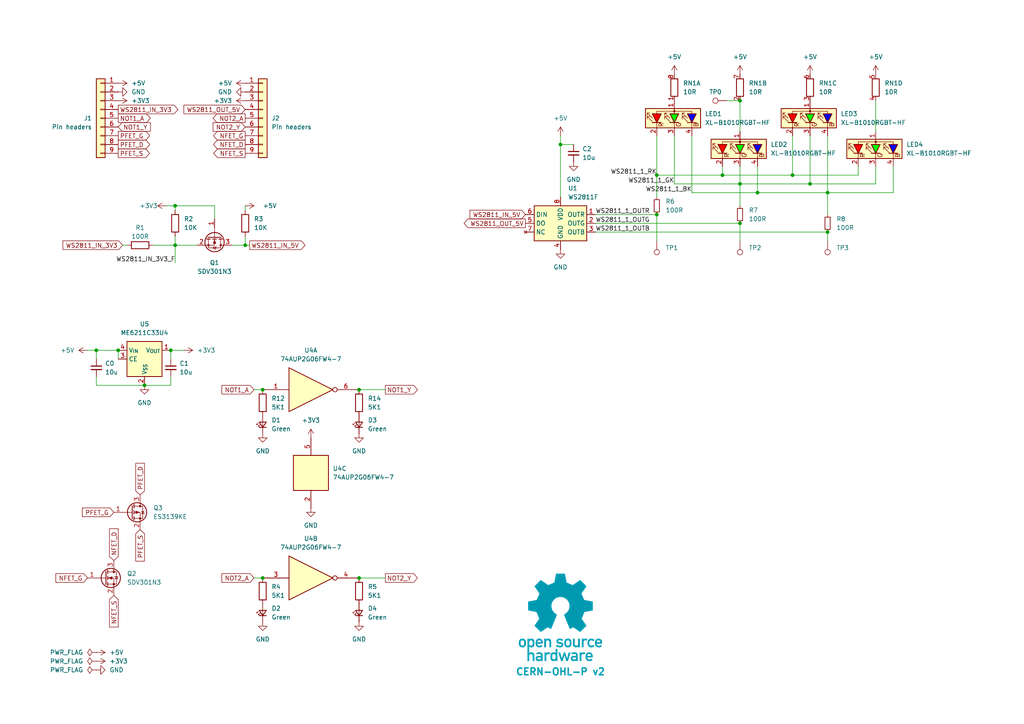
<source format=kicad_sch>
(kicad_sch (version 20231120) (generator "eeschema") (generator_version "8.0")
  (paper "A4")
  (lib_symbols
    (symbol "Connector:TestPoint" (pin_numbers hide) (pin_names (offset 0.762) hide)
      (property "Reference" "TP" (at 0 6.858 0))
      (property "Value" "TestPoint" (at 0 5.08 0))
      (symbol "TestPoint_0_1"
        (circle (center 0 3.302) (radius 0.762))
      )
      (symbol "TestPoint_1_1"
        (pin passive line (at 0 0 90) (length 2.54) (name "1") (number "1"))
      )
    )
    (symbol "Connector_Generic:Conn_01x09" (pin_names (offset 1.016) hide)
      (property "Reference" "J" (at 0 12.7 0))
      (property "Value" "Conn_01x09" (at 0 -12.7 0))
      (symbol "Conn_01x09_1_1"
        (rectangle (start -1.27 -10.033) (end 0 -10.287) (stroke (width 0.1524)))
        (rectangle (start -1.27 -7.493) (end 0 -7.747) (stroke (width 0.1524)))
        (rectangle (start -1.27 -4.953) (end 0 -5.207) (stroke (width 0.1524)))
        (rectangle (start -1.27 -2.413) (end 0 -2.667) (stroke (width 0.1524)))
        (rectangle (start -1.27 0.127) (end 0 -0.127) (stroke (width 0.1524)))
        (rectangle (start -1.27 2.667) (end 0 2.413) (stroke (width 0.1524)))
        (rectangle (start -1.27 5.207) (end 0 4.953) (stroke (width 0.1524)))
        (rectangle (start -1.27 7.747) (end 0 7.493) (stroke (width 0.1524)))
        (rectangle (start -1.27 10.287) (end 0 10.033) (stroke (width 0.1524)))
        (rectangle (start -1.27 11.43) (end 1.27 -11.43) (stroke (width 0.254)) (fill (type background)))
        (pin passive line (at -5.08 10.16 0) (length 3.81) (name "Pin_1") (number "1"))
        (pin passive line (at -5.08 7.62 0) (length 3.81) (name "Pin_2") (number "2"))
        (pin passive line (at -5.08 5.08 0) (length 3.81) (name "Pin_3") (number "3"))
        (pin passive line (at -5.08 2.54 0) (length 3.81) (name "Pin_4") (number "4"))
        (pin passive line (at -5.08 0 0) (length 3.81) (name "Pin_5") (number "5"))
        (pin passive line (at -5.08 -2.54 0) (length 3.81) (name "Pin_6") (number "6"))
        (pin passive line (at -5.08 -5.08 0) (length 3.81) (name "Pin_7") (number "7"))
        (pin passive line (at -5.08 -7.62 0) (length 3.81) (name "Pin_8") (number "8"))
        (pin passive line (at -5.08 -10.16 0) (length 3.81) (name "Pin_9") (number "9"))
      )
    )
    (symbol "Device:C_Small" (pin_numbers hide) (pin_names (offset 0.254) hide)
      (property "Reference" "C" (at 0.254 1.778 0))
      (property "Value" "C_Small" (at 0.254 -2.032 0))
      (symbol "C_Small_0_1"
        (polyline (pts (xy -1.524 -0.508) (xy 1.524 -0.508)) (stroke (width 0.3302)))
        (polyline (pts (xy -1.524 0.508) (xy 1.524 0.508)) (stroke (width 0.3048)))
      )
      (symbol "C_Small_1_1"
        (pin passive line (at 0 2.54 270) (length 2.032) (name "~") (number "1"))
        (pin passive line (at 0 -2.54 90) (length 2.032) (name "~") (number "2"))
      )
    )
    (symbol "Device:LED_Small" (pin_numbers hide) (pin_names (offset 0.254) hide)
      (property "Reference" "D" (at -1.27 3.175 0))
      (property "Value" "LED_Small" (at -4.445 -2.54 0))
      (symbol "LED_Small_0_1"
        (polyline (pts (xy -0.762 -1.016) (xy -0.762 1.016)) (stroke (width 0.254)))
        (polyline (pts (xy 1.016 0) (xy -0.762 0)))
        (polyline (pts (xy 0.762 -1.016) (xy -0.762 0) (xy 0.762 1.016) (xy 0.762 -1.016)) (stroke (width 0.254)))
        (polyline (pts (xy 0 0.762) (xy -0.508 1.27) (xy -0.254 1.27) (xy -0.508 1.27) (xy -0.508 1.016)))
        (polyline (pts (xy 0.508 1.27) (xy 0 1.778) (xy 0.254 1.778) (xy 0 1.778) (xy 0 1.524)))
      )
      (symbol "LED_Small_1_1"
        (pin passive line (at -2.54 0 0) (length 1.778) (name "K") (number "1"))
        (pin passive line (at 2.54 0 180) (length 1.778) (name "A") (number "2"))
      )
    )
    (symbol "Device:R" (pin_numbers hide) (pin_names (offset 0))
      (property "Reference" "R" (at 2.032 0 90))
      (property "Value" "R" (at 0 0 90))
      (symbol "R_0_1"
        (rectangle (start -1.016 -2.54) (end 1.016 2.54) (stroke (width 0.254)))
      )
      (symbol "R_1_1"
        (pin passive line (at 0 3.81 270) (length 1.27) (name "~") (number "1"))
        (pin passive line (at 0 -3.81 90) (length 1.27) (name "~") (number "2"))
      )
    )
    (symbol "Device:R_Pack04_Split" (pin_names (offset 0) hide)
      (property "Reference" "RN" (at 2.032 0 90))
      (property "Value" "R_Pack04_Split" (at 0 0 90))
      (symbol "R_Pack04_Split_0_1"
        (rectangle (start 1.016 2.54) (end -1.016 -2.54) (stroke (width 0.254)))
      )
      (symbol "R_Pack04_Split_1_1"
        (pin passive line (at 0 -3.81 90) (length 1.27) (name "R1.1") (number "1"))
        (pin passive line (at 0 3.81 270) (length 1.27) (name "R1.2") (number "8"))
      )
      (symbol "R_Pack04_Split_2_1"
        (pin passive line (at 0 -3.81 90) (length 1.27) (name "R2.1") (number "2"))
        (pin passive line (at 0 3.81 270) (length 1.27) (name "R2.2") (number "7"))
      )
      (symbol "R_Pack04_Split_3_1"
        (pin passive line (at 0 -3.81 90) (length 1.27) (name "R3.1") (number "3"))
        (pin passive line (at 0 3.81 270) (length 1.27) (name "R3.2") (number "6"))
      )
      (symbol "R_Pack04_Split_4_1"
        (pin passive line (at 0 -3.81 90) (length 1.27) (name "R4.1") (number "4"))
        (pin passive line (at 0 3.81 270) (length 1.27) (name "R4.2") (number "5"))
      )
    )
    (symbol "Device:R_Small" (pin_numbers hide) (pin_names (offset 0.254) hide)
      (property "Reference" "R" (at 0.762 0.508 0))
      (property "Value" "R_Small" (at 0.762 -1.016 0))
      (symbol "R_Small_0_1"
        (rectangle (start -0.762 1.778) (end 0.762 -1.778) (stroke (width 0.2032)))
      )
      (symbol "R_Small_1_1"
        (pin passive line (at 0 2.54 270) (length 0.762) (name "~") (number "1"))
        (pin passive line (at 0 -2.54 90) (length 0.762) (name "~") (number "2"))
      )
    )
    (symbol "lcsc:74AUP2G06FW4-7" (pin_names hide)
      (property "Reference" "U" (at 0 7.62 0))
      (property "Value" "74AUP2G06FW4-7" (at 2.54 -7.62 0))
      (symbol "74AUP2G06FW4-7_1_1"
        (polyline (pts (xy -7.62 6.35) (xy -7.62 -6.35) (xy 5.08 0) (xy -7.62 6.35)) (stroke (width 0.254)) (fill (type background)))
        (pin input line (at -15.24 0 0) (length 7.62) (name "1A") (number "1"))
        (pin output inverted (at 12.7 0 180) (length 7.62) (name "1Y") (number "6"))
      )
      (symbol "74AUP2G06FW4-7_2_1"
        (polyline (pts (xy -7.62 6.35) (xy -7.62 -6.35) (xy 5.08 0) (xy -7.62 6.35)) (stroke (width 0.254)) (fill (type background)))
        (pin input line (at -15.24 0 0) (length 7.62) (name "2A") (number "3"))
        (pin output inverted (at 12.7 0 180) (length 7.62) (name "2Y") (number "4"))
      )
      (symbol "74AUP2G06FW4-7_3_0"
        (rectangle (start -5.08 -5.08) (end 5.08 5.08) (stroke (width 0.254)) (fill (type background)))
      )
      (symbol "74AUP2G06FW4-7_3_1"
        (pin power_in line (at 0 -10.16 90) (length 5.08) (name "GND") (number "2"))
        (pin power_in line (at 0 10.16 270) (length 5.08) (name "VCC") (number "5"))
      )
    )
    (symbol "lcsc:ES3139KE" (pin_names hide)
      (property "Reference" "Q" (at 5.08 1.905 0))
      (property "Value" "ES3139KE" (at 5.08 0 0))
      (symbol "ES3139KE_0_1"
        (polyline (pts (xy 0.254 0) (xy -2.54 0)))
        (polyline (pts (xy 0.254 1.905) (xy 0.254 -1.905)) (stroke (width 0.254)))
        (polyline (pts (xy 0.762 -1.27) (xy 0.762 -2.286)) (stroke (width 0.254)))
        (polyline (pts (xy 0.762 0.508) (xy 0.762 -0.508)) (stroke (width 0.254)))
        (polyline (pts (xy 0.762 2.286) (xy 0.762 1.27)) (stroke (width 0.254)))
        (polyline (pts (xy 2.54 2.54) (xy 2.54 1.778)))
        (polyline (pts (xy 2.54 -2.54) (xy 2.54 0) (xy 0.762 0)))
        (polyline (pts (xy 0.762 1.778) (xy 3.302 1.778) (xy 3.302 -1.778) (xy 0.762 -1.778)))
        (polyline (pts (xy 2.286 0) (xy 1.27 0.381) (xy 1.27 -0.381) (xy 2.286 0)) (fill (type outline)))
        (polyline (pts (xy 2.794 -0.508) (xy 2.921 -0.381) (xy 3.683 -0.381) (xy 3.81 -0.254)))
        (polyline (pts (xy 3.302 -0.381) (xy 2.921 0.254) (xy 3.683 0.254) (xy 3.302 -0.381)))
        (circle (center 1.651 0) (radius 2.794) (stroke (width 0.254)))
        (circle (center 2.54 -1.778) (radius 0.254) (fill (type outline)))
        (circle (center 2.54 1.778) (radius 0.254) (fill (type outline)))
      )
      (symbol "ES3139KE_1_1"
        (pin input line (at -5.08 0 0) (length 2.54) (name "G") (number "1"))
        (pin passive line (at 2.54 -5.08 90) (length 2.54) (name "S") (number "2"))
        (pin passive line (at 2.54 5.08 270) (length 2.54) (name "D") (number "3"))
      )
    )
    (symbol "lcsc:ME6211C33U4"
      (property "Reference" "U" (at -4.572 6.35 0))
      (property "Value" "ME6211C33U4" (at 10.16 8.636 0))
      (symbol "ME6211C33U4_1_1"
        (rectangle (start -5.08 5.08) (end 5.08 -5.08) (stroke (width 0.254)) (fill (type background)))
        (pin power_out line (at 7.62 2.54 180) (length 2.54) (name "V_{OUT}") (number "1"))
        (pin power_in line (at 0 -7.62 90) (length 2.54) (name "V_{SS}") (number "2"))
        (pin input line (at -7.62 0 0) (length 2.54) (name "CE") (number "3"))
        (pin power_in line (at -7.62 2.54 0) (length 2.54) (name "V_{IN}") (number "4"))
        (pin no_connect line (at 5.08 0 180) (length 2.54) hide (name "NC") (number "5"))
      )
    )
    (symbol "lcsc:SDV301N3" (pin_names hide)
      (property "Reference" "Q" (at 5.08 1.905 0))
      (property "Value" "SDV301N3" (at 5.08 0 0))
      (symbol "SDV301N3_0_1"
        (polyline (pts (xy 0.254 0) (xy -2.54 0)))
        (polyline (pts (xy 0.254 1.905) (xy 0.254 -1.905)) (stroke (width 0.254)))
        (polyline (pts (xy 0.762 -1.27) (xy 0.762 -2.286)) (stroke (width 0.254)))
        (polyline (pts (xy 0.762 0.508) (xy 0.762 -0.508)) (stroke (width 0.254)))
        (polyline (pts (xy 0.762 2.286) (xy 0.762 1.27)) (stroke (width 0.254)))
        (polyline (pts (xy 2.54 2.54) (xy 2.54 1.778)))
        (polyline (pts (xy 2.54 -2.54) (xy 2.54 0) (xy 0.762 0)))
        (polyline (pts (xy 0.762 -1.778) (xy 3.302 -1.778) (xy 3.302 1.778) (xy 0.762 1.778)))
        (polyline (pts (xy 1.016 0) (xy 2.032 0.381) (xy 2.032 -0.381) (xy 1.016 0)) (fill (type outline)))
        (polyline (pts (xy 2.794 0.508) (xy 2.921 0.381) (xy 3.683 0.381) (xy 3.81 0.254)))
        (polyline (pts (xy 3.302 0.381) (xy 2.921 -0.254) (xy 3.683 -0.254) (xy 3.302 0.381)))
        (circle (center 1.651 0) (radius 2.794) (stroke (width 0.254)))
        (circle (center 2.54 -1.778) (radius 0.254) (fill (type outline)))
        (circle (center 2.54 1.778) (radius 0.254) (fill (type outline)))
      )
      (symbol "SDV301N3_1_1"
        (pin input line (at -5.08 0 0) (length 2.54) (name "G") (number "1"))
        (pin passive line (at 2.54 -5.08 90) (length 2.54) (name "S") (number "2"))
        (pin passive line (at 2.54 5.08 270) (length 2.54) (name "D") (number "3"))
      )
    )
    (symbol "lcsc:WS2811F"
      (property "Reference" "U" (at -6.35 6.35 0))
      (property "Value" "WS2811F" (at 5.08 6.35 0))
      (symbol "WS2811F_0_1"
        (rectangle (start -7.62 5.08) (end 7.62 -5.08) (stroke (width 0.254)) (fill (type background)))
      )
      (symbol "WS2811F_1_1"
        (pin output line (at 10.16 2.54 180) (length 2.54) (name "OUTR") (number "1"))
        (pin output line (at 10.16 0 180) (length 2.54) (name "OUTG") (number "2"))
        (pin output line (at 10.16 -2.54 180) (length 2.54) (name "OUTB") (number "3"))
        (pin power_in line (at 0 -7.62 90) (length 2.54) (name "GND") (number "4"))
        (pin output line (at -10.16 0 0) (length 2.54) (name "DO") (number "5"))
        (pin input line (at -10.16 2.54 0) (length 2.54) (name "DIN") (number "6"))
        (pin no_connect line (at -10.16 -2.54 0) (length 2.54) (name "NC") (number "7"))
        (pin power_in line (at 0 7.62 270) (length 2.54) (name "VDD") (number "8"))
      )
    )
    (symbol "lcsc:XL-B1010RGBT-HF" (pin_names (offset 0) hide)
      (property "Reference" "D" (at 0 9.398 0))
      (property "Value" "XL-B1010RGBT-HF" (at 0 -8.89 0))
      (symbol "XL-B1010RGBT-HF_0_0"
        (text "B" (at -1.905 -6.35 0) (effects (font (size 1.27 1.27))))
        (text "G" (at -1.905 -1.27 0) (effects (font (size 1.27 1.27))))
        (text "R" (at -1.905 3.81 0) (effects (font (size 1.27 1.27))))
      )
      (symbol "XL-B1010RGBT-HF_0_1"
        (rectangle (start -2.794 8.382) (end 2.794 -7.62) (stroke (width 0.254)) (fill (type background)))
        (polyline (pts (xy -1.27 -5.08) (xy -2.54 -5.08)))
        (polyline (pts (xy -1.27 -3.81) (xy -1.27 -6.35)) (stroke (width 0.254)))
        (polyline (pts (xy -1.27 0) (xy -2.54 0)))
        (polyline (pts (xy -1.27 1.27) (xy -1.27 -1.27)) (stroke (width 0.254)))
        (polyline (pts (xy -1.27 5.08) (xy -2.54 5.08)))
        (polyline (pts (xy -1.27 6.35) (xy -1.27 3.81)) (stroke (width 0.254)))
        (polyline (pts (xy 1.27 0) (xy 2.54 0)))
        (polyline (pts (xy -1.27 1.27) (xy -1.27 -1.27) (xy -1.27 -1.27)))
        (polyline (pts (xy -1.27 6.35) (xy -1.27 3.81) (xy -1.27 3.81)))
        (polyline (pts (xy 1.27 -5.08) (xy 2.032 -5.08) (xy 2.032 5.08) (xy 1.27 5.08)))
        (polyline (pts (xy -1.016 -3.81) (xy 0.508 -2.286) (xy -0.254 -2.286) (xy 0.508 -2.286) (xy 0.508 -3.048)))
        (polyline (pts (xy -1.016 1.27) (xy 0.508 2.794) (xy -0.254 2.794) (xy 0.508 2.794) (xy 0.508 2.032)))
        (polyline (pts (xy -1.016 6.35) (xy 0.508 7.874) (xy -0.254 7.874) (xy 0.508 7.874) (xy 0.508 7.112)))
        (polyline (pts (xy 0 -3.81) (xy 1.524 -2.286) (xy 0.762 -2.286) (xy 1.524 -2.286) (xy 1.524 -3.048)))
        (polyline (pts (xy 0 1.27) (xy 1.524 2.794) (xy 0.762 2.794) (xy 1.524 2.794) (xy 1.524 2.032)))
        (polyline (pts (xy 0 6.35) (xy 1.524 7.874) (xy 0.762 7.874) (xy 1.524 7.874) (xy 1.524 7.112)))
        (rectangle (start 1.27 -1.27) (end 1.27 1.27))
        (rectangle (start 1.27 1.27) (end 1.27 1.27))
        (rectangle (start 1.27 3.81) (end 1.27 6.35))
        (rectangle (start 1.27 6.35) (end 1.27 6.35))
        (circle (center 2.032 0) (radius 0.254) (fill (type outline)))
      )
      (symbol "XL-B1010RGBT-HF_1_1"
        (polyline (pts (xy 1.27 -3.81) (xy 1.27 -6.35) (xy -1.27 -5.08) (xy 1.27 -3.81)) (stroke (width 0.254)) (fill (type color) (color 0 0 255 1)))
        (polyline (pts (xy 1.27 1.27) (xy 1.27 -1.27) (xy -1.27 0) (xy 1.27 1.27)) (stroke (width 0.254)) (fill (type color) (color 0 255 0 1)))
        (polyline (pts (xy 1.27 6.35) (xy 1.27 3.81) (xy -1.27 5.08) (xy 1.27 6.35)) (stroke (width 0.254)) (fill (type color) (color 255 0 0 1)))
        (pin passive line (at 5.08 0 180) (length 2.54) (name "A") (number "1"))
        (pin passive line (at -5.08 5.08 0) (length 2.54) (name "RK") (number "2"))
        (pin passive line (at -5.08 0 0) (length 2.54) (name "GK") (number "3"))
        (pin passive line (at -5.08 -5.08 0) (length 2.54) (name "BK") (number "4"))
      )
    )
    (symbol "power:+3V3" (power) (pin_numbers hide) (pin_names (offset 0) hide)
      (property "Value" "+3V3" (at 0 3.556 0))
      (symbol "+3V3_0_1"
        (polyline (pts (xy -0.762 1.27) (xy 0 2.54)))
        (polyline (pts (xy 0 0) (xy 0 2.54)))
        (polyline (pts (xy 0 2.54) (xy 0.762 1.27)))
      )
      (symbol "+3V3_1_1"
        (pin power_in line (at 0 0 90) (length 0) (name "~") (number "1"))
      )
    )
    (symbol "power:+5V" (power) (pin_numbers hide) (pin_names (offset 0) hide)
      (property "Value" "+5V" (at 0 3.556 0))
      (symbol "+5V_0_1"
        (polyline (pts (xy -0.762 1.27) (xy 0 2.54)))
        (polyline (pts (xy 0 0) (xy 0 2.54)))
        (polyline (pts (xy 0 2.54) (xy 0.762 1.27)))
      )
      (symbol "+5V_1_1"
        (pin power_in line (at 0 0 90) (length 0) (name "~") (number "1"))
      )
    )
    (symbol "power:GND" (power) (pin_numbers hide) (pin_names (offset 0) hide)
      (property "Value" "GND" (at 0 -3.81 0))
      (symbol "GND_0_1"
        (polyline (pts (xy 0 0) (xy 0 -1.27) (xy 1.27 -1.27) (xy 0 -2.54) (xy -1.27 -1.27) (xy 0 -1.27)))
      )
      (symbol "GND_1_1"
        (pin power_in line (at 0 0 270) (length 0) (name "~") (number "1"))
      )
    )
    (symbol "power:PWR_FLAG" (power) (pin_numbers hide) (pin_names (offset 0) hide)
      (property "Value" "PWR_FLAG" (at 0 3.81 0))
      (symbol "PWR_FLAG_0_0"
        (pin power_out line (at 0 0 90) (length 0) (name "~") (number "1"))
      )
      (symbol "PWR_FLAG_0_1"
        (polyline (pts (xy 0 0) (xy 0 1.27) (xy -1.016 1.905) (xy 0 2.54) (xy 1.016 1.905) (xy 0 1.27)))
      )
    )
    (symbol "power:VCC" (power) (pin_numbers hide) (pin_names (offset 0) hide)
      (property "Value" "VCC" (at 0 3.556 0))
      (symbol "VCC_0_1"
        (polyline (pts (xy -0.762 1.27) (xy 0 2.54)))
        (polyline (pts (xy 0 0) (xy 0 2.54)))
        (polyline (pts (xy 0 2.54) (xy 0.762 1.27)))
      )
      (symbol "VCC_1_1"
        (pin power_in line (at 0 0 90) (length 0) (name "~") (number "1"))
      )
    )
  )
  (junction (at 50.8 59.69))
  (junction (at 76.2 113.03))
  (junction (at 240.03 55.88))
  (junction (at 234.95 53.34))
  (junction (at 229.87 50.8))
  (junction (at 190.5 62.23))
  (junction (at 219.71 55.88))
  (junction (at 27.94 101.6))
  (junction (at 162.56 41.91))
  (junction (at 76.2 167.64))
  (junction (at 49.53 101.6))
  (junction (at 50.8 71.12))
  (junction (at 190.5 50.8))
  (junction (at 240.03 67.31))
  (junction (at 104.14 113.03))
  (junction (at 41.91 111.76))
  (junction (at 214.63 29.21))
  (junction (at 214.63 64.77))
  (junction (at 71.12 71.12))
  (junction (at 104.14 167.64))
  (junction (at 34.29 101.6))
  (junction (at 214.63 53.34))
  (junction (at 209.55 50.8))
  (wire (pts (xy 190.5 50.8) (xy 209.55 50.8)))
  (wire (pts (xy 162.56 39.37) (xy 162.56 41.91)))
  (wire (pts (xy 73.66 113.03) (xy 76.2 113.03)))
  (wire (pts (xy 67.31 71.12) (xy 71.12 71.12)))
  (wire (pts (xy 49.53 111.76) (xy 41.91 111.76)))
  (wire (pts (xy 190.5 39.37) (xy 190.5 50.8)))
  (wire (pts (xy 229.87 39.37) (xy 229.87 50.8)))
  (wire (pts (xy 50.8 68.58) (xy 50.8 71.12)))
  (wire (pts (xy 259.08 48.26) (xy 259.08 55.88)))
  (wire (pts (xy 219.71 55.88) (xy 219.71 48.26)))
  (wire (pts (xy 195.58 53.34) (xy 214.63 53.34)))
  (wire (pts (xy 190.5 50.8) (xy 190.5 57.15)))
  (wire (pts (xy 240.03 55.88) (xy 259.08 55.88)))
  (wire (pts (xy 240.03 39.37) (xy 240.03 55.88)))
  (wire (pts (xy 214.63 48.26) (xy 214.63 53.34)))
  (wire (pts (xy 104.14 167.64) (xy 111.76 167.64)))
  (wire (pts (xy 214.63 29.21) (xy 214.63 38.1)))
  (wire (pts (xy 190.5 62.23) (xy 190.5 69.85)))
  (wire (pts (xy 240.03 55.88) (xy 240.03 62.23)))
  (wire (pts (xy 214.63 64.77) (xy 214.63 69.85)))
  (wire (pts (xy 27.94 111.76) (xy 41.91 111.76)))
  (wire (pts (xy 27.94 101.6) (xy 34.29 101.6)))
  (wire (pts (xy 229.87 50.8) (xy 248.92 50.8)))
  (wire (pts (xy 240.03 67.31) (xy 240.03 69.85)))
  (wire (pts (xy 35.56 71.12) (xy 36.83 71.12)))
  (wire (pts (xy 49.53 101.6) (xy 49.53 104.14)))
  (wire (pts (xy 210.82 29.21) (xy 214.63 29.21)))
  (wire (pts (xy 195.58 39.37) (xy 195.58 53.34)))
  (wire (pts (xy 200.66 55.88) (xy 219.71 55.88)))
  (wire (pts (xy 53.34 101.6) (xy 49.53 101.6)))
  (wire (pts (xy 172.72 62.23) (xy 190.5 62.23)))
  (wire (pts (xy 48.26 59.69) (xy 50.8 59.69)))
  (wire (pts (xy 71.12 71.12) (xy 71.12 68.58)))
  (wire (pts (xy 50.8 59.69) (xy 62.23 59.69)))
  (wire (pts (xy 27.94 104.14) (xy 27.94 101.6)))
  (wire (pts (xy 162.56 41.91) (xy 162.56 57.15)))
  (wire (pts (xy 214.63 53.34) (xy 214.63 59.69)))
  (wire (pts (xy 209.55 50.8) (xy 229.87 50.8)))
  (wire (pts (xy 254 29.21) (xy 254 38.1)))
  (wire (pts (xy 50.8 60.96) (xy 50.8 59.69)))
  (wire (pts (xy 71.12 60.96) (xy 71.12 59.69)))
  (wire (pts (xy 162.56 41.91) (xy 166.37 41.91)))
  (wire (pts (xy 240.03 55.88) (xy 219.71 55.88)))
  (wire (pts (xy 172.72 67.31) (xy 240.03 67.31)))
  (wire (pts (xy 234.95 39.37) (xy 234.95 53.34)))
  (wire (pts (xy 27.94 109.22) (xy 27.94 111.76)))
  (wire (pts (xy 50.8 76.2) (xy 50.8 71.12)))
  (wire (pts (xy 200.66 39.37) (xy 200.66 55.88)))
  (wire (pts (xy 254 48.26) (xy 254 53.34)))
  (wire (pts (xy 172.72 64.77) (xy 214.63 64.77)))
  (wire (pts (xy 34.29 101.6) (xy 34.29 104.14)))
  (wire (pts (xy 234.95 53.34) (xy 214.63 53.34)))
  (wire (pts (xy 71.12 71.12) (xy 72.39 71.12)))
  (wire (pts (xy 104.14 113.03) (xy 111.76 113.03)))
  (wire (pts (xy 209.55 48.26) (xy 209.55 50.8)))
  (wire (pts (xy 49.53 109.22) (xy 49.53 111.76)))
  (wire (pts (xy 254 53.34) (xy 234.95 53.34)))
  (wire (pts (xy 73.66 167.64) (xy 76.2 167.64)))
  (wire (pts (xy 248.92 50.8) (xy 248.92 48.26)))
  (wire (pts (xy 50.8 71.12) (xy 57.15 71.12)))
  (wire (pts (xy 62.23 63.5) (xy 62.23 59.69)))
  (wire (pts (xy 25.4 101.6) (xy 27.94 101.6)))
  (wire (pts (xy 44.45 71.12) (xy 50.8 71.12)))
  (image (at 162.56 179.07) (scale 0.37481))
  (text "CERN-OHL-P v2" (at 162.56 195.072 0) (effects (font (size 2 2) (thickness 0.4) (bold yes))))
  (label "WS2811_IN_3V3_F" (at 50.8 76.2 180))
  (label "WS2811_1_OUTG" (at 172.72 64.77 0))
  (label "WS2811_1_BK" (at 200.66 55.88 180))
  (label "WS2811_1_OUTR" (at 172.72 62.23 0))
  (label "WS2811_1_OUTB" (at 172.72 67.31 0))
  (label "WS2811_1_GK" (at 195.58 53.34 180))
  (label "WS2811_1_RK" (at 190.5 50.8 180))
  (global_label "NFET_D" (shape input) (at 33.02 162.56 90) (property "Intersheetrefs" "${INTERSHEET_REFS}" (effects (hide yes))))
  (global_label "NFET_S" (shape input) (at 33.02 172.72 270) (property "Intersheetrefs" "${INTERSHEET_REFS}" (effects (hide yes))))
  (global_label "NFET_D" (shape output) (at 71.12 41.91 180) (property "Intersheetrefs" "${INTERSHEET_REFS}" (effects (hide yes))))
  (global_label "NOT2_Y" (shape output) (at 111.76 167.64 0) (property "Intersheetrefs" "${INTERSHEET_REFS}" (effects (hide yes))))
  (global_label "WS2811_OUT_5V" (shape output) (at 152.4 64.77 180) (property "Intersheetrefs" "${INTERSHEET_REFS}" (effects (hide yes))))
  (global_label "PFET_S" (shape input) (at 40.64 153.67 270) (property "Intersheetrefs" "${INTERSHEET_REFS}" (effects (hide yes))))
  (global_label "NOT2_A" (shape output) (at 71.12 34.29 180) (property "Intersheetrefs" "${INTERSHEET_REFS}" (effects (hide yes))))
  (global_label "PFET_G" (shape input) (at 33.02 148.59 180) (property "Intersheetrefs" "${INTERSHEET_REFS}" (effects (hide yes))))
  (global_label "NFET_G" (shape input) (at 25.4 167.64 180) (property "Intersheetrefs" "${INTERSHEET_REFS}" (effects (hide yes))))
  (global_label "NFET_S" (shape output) (at 71.12 44.45 180) (property "Intersheetrefs" "${INTERSHEET_REFS}" (effects (hide yes))))
  (global_label "PFET_G" (shape output) (at 34.29 39.37 0) (property "Intersheetrefs" "${INTERSHEET_REFS}" (effects (hide yes))))
  (global_label "NOT1_A" (shape output) (at 34.29 34.29 0) (property "Intersheetrefs" "${INTERSHEET_REFS}" (effects (hide yes))))
  (global_label "WS2811_IN_5V" (shape input) (at 152.4 62.23 180) (property "Intersheetrefs" "${INTERSHEET_REFS}" (effects (hide yes))))
  (global_label "NOT1_Y" (shape input) (at 34.29 36.83 0) (property "Intersheetrefs" "${INTERSHEET_REFS}" (effects (hide yes))))
  (global_label "NFET_G" (shape output) (at 71.12 39.37 180) (property "Intersheetrefs" "${INTERSHEET_REFS}" (effects (hide yes))))
  (global_label "NOT2_A" (shape input) (at 73.66 167.64 180) (property "Intersheetrefs" "${INTERSHEET_REFS}" (effects (hide yes))))
  (global_label "NOT2_Y" (shape input) (at 71.12 36.83 180) (property "Intersheetrefs" "${INTERSHEET_REFS}" (effects (hide yes))))
  (global_label "WS2811_OUT_5V" (shape input) (at 71.12 31.75 180) (property "Intersheetrefs" "${INTERSHEET_REFS}" (effects (hide yes))))
  (global_label "WS2811_IN_3V3" (shape output) (at 34.29 31.75 0) (property "Intersheetrefs" "${INTERSHEET_REFS}" (effects (hide yes))))
  (global_label "WS2811_IN_5V" (shape output) (at 72.39 71.12 0) (property "Intersheetrefs" "${INTERSHEET_REFS}" (effects (hide yes))))
  (global_label "WS2811_IN_3V3" (shape input) (at 35.56 71.12 180) (property "Intersheetrefs" "${INTERSHEET_REFS}" (effects (hide yes))))
  (global_label "NOT1_A" (shape input) (at 73.66 113.03 180) (property "Intersheetrefs" "${INTERSHEET_REFS}" (effects (hide yes))))
  (global_label "PFET_D" (shape output) (at 34.29 41.91 0) (property "Intersheetrefs" "${INTERSHEET_REFS}" (effects (hide yes))))
  (global_label "PFET_S" (shape output) (at 34.29 44.45 0) (property "Intersheetrefs" "${INTERSHEET_REFS}" (effects (hide yes))))
  (global_label "PFET_D" (shape input) (at 40.64 143.51 90) (property "Intersheetrefs" "${INTERSHEET_REFS}" (effects (hide yes))))
  (global_label "NOT1_Y" (shape output) (at 111.76 113.03 0) (property "Intersheetrefs" "${INTERSHEET_REFS}" (effects (hide yes))))
  (symbol (lib_id "power:VCC") (at 71.12 24.13 90) (unit 1)
    (property "Reference" "#PWR023" (effects (hide yes)))
    (property "Value" "+5V" (at 67.31 24.1299 90) (effects (justify left)))
    (property "Description" "Power symbol creates a global label with name \"VCC\"" (effects (hide yes)))
  )
  (symbol (lib_id "Device:LED_Small") (at 104.14 177.8 90) (unit 1)
    (property "Reference" "D4" (at 106.68 176.4664 90) (effects (justify right)))
    (property "Value" "Green" (at 106.68 179.0064 90) (effects (justify right)))
    (property "Footprint" "custom:LED_0402_1005Metric" (effects (hide yes)))
    (property "Description" "Light emitting diode, small symbol" (effects (hide yes)))
  )
  (symbol (lib_id "Device:C_Small") (at 49.53 106.68 0) (unit 1)
    (property "Reference" "C1" (at 52.07 105.4162 0) (effects (justify left)))
    (property "Value" "10u" (at 52.07 107.9562 0) (effects (justify left)))
    (property "Footprint" "custom:C_0402_1005Metric_simple" (effects (hide yes)))
    (property "Description" "Unpolarized capacitor, small symbol" (effects (hide yes)))
  )
  (symbol (lib_id "lcsc:WS2811F") (at 162.56 64.77 0) (unit 1)
    (property "Reference" "U1" (at 164.7541 54.61 0) (effects (justify left)))
    (property "Value" "WS2811F" (at 164.7541 57.15 0) (effects (justify left)))
    (property "Footprint" "lcsc:FSOP-8_L3.3-W1.7-P0.80-LS2.9-BL" (effects (hide yes)))
    (property "Datasheet" "https://www.lcsc.com/datasheet/lcsc_datasheet_2310231548_Worldsemi-WS2811F_C5446692.pdf" (effects (hide yes)))
    (property "Description" "3-Channel 8-Bit PWM LED Driver, FSOP-8" (effects (hide yes)))
    (property "LCSC Part" "C5446692" (effects (hide yes)))
  )
  (symbol (lib_id "power:VCC") (at 195.58 21.59 0) (unit 1)
    (property "Reference" "#PWR03" (effects (hide yes)))
    (property "Value" "+5V" (at 195.58 16.51 0))
    (property "Description" "Power symbol creates a global label with name \"VCC\"" (effects (hide yes)))
  )
  (symbol (lib_id "Device:LED_Small") (at 76.2 177.8 90) (unit 1)
    (property "Reference" "D2" (at 78.74 176.4664 90) (effects (justify right)))
    (property "Value" "Green" (at 78.74 179.0064 90) (effects (justify right)))
    (property "Footprint" "custom:LED_0402_1005Metric" (effects (hide yes)))
    (property "Description" "Light emitting diode, small symbol" (effects (hide yes)))
  )
  (symbol (lib_id "power:GND") (at 166.37 46.99 0) (unit 1)
    (property "Reference" "#PWR029" (effects (hide yes)))
    (property "Value" "GND" (at 166.37 52.07 0))
    (property "Description" "Power symbol creates a global label with name \"GND\" , ground" (effects (hide yes)))
  )
  (symbol (lib_id "power:VCC") (at 90.17 127 0) (unit 1)
    (property "Reference" "#PWR019" (effects (hide yes)))
    (property "Value" "+3V3" (at 90.17 121.92 0))
    (property "Description" "Power symbol creates a global label with name \"VCC\"" (effects (hide yes)))
  )
  (symbol (lib_id "lcsc:SDV301N3") (at 62.23 68.58 270) (unit 1)
    (property "Reference" "Q1" (at 62.23 76.2 90))
    (property "Value" "SDV301N3" (at 62.23 78.74 90))
    (property "Footprint" "custom:DFN1006-3" (effects (hide yes)))
    (property "Datasheet" "https://www.lcsc.com/datasheet/lcsc_datasheet_2302091109_Shikues-SDV301N3_C5334596.pdf" (effects (hide yes)))
    (property "Description" "0.5A Id, 30V Vds, N-Channel MOSFET, DFN1006-3" (effects (hide yes)))
    (property "LCSC Part" "C5334596" (effects (hide yes)))
  )
  (symbol (lib_id "power:+3V3") (at 48.26 59.69 90) (unit 1)
    (property "Reference" "#PWR032" (effects (hide yes)))
    (property "Value" "+3V3" (at 45.72 59.6899 90) (effects (justify left)))
    (property "Description" "Power symbol creates a global label with name \"+3V3\"" (effects (hide yes)))
  )
  (symbol (lib_id "power:VCC") (at 162.56 39.37 0) (unit 1)
    (property "Reference" "#PWR05" (effects (hide yes)))
    (property "Value" "+5V" (at 162.56 34.29 0))
    (property "Description" "Power symbol creates a global label with name \"VCC\"" (effects (hide yes)))
  )
  (symbol (lib_id "lcsc:SDV301N3") (at 30.48 167.64 0) (unit 1)
    (property "Reference" "Q2" (at 36.83 166.3699 0) (effects (justify left)))
    (property "Value" "SDV301N3" (at 36.83 168.9099 0) (effects (justify left)))
    (property "Footprint" "custom:DFN1006-3" (effects (hide yes)))
    (property "Datasheet" "https://www.lcsc.com/datasheet/lcsc_datasheet_2302091109_Shikues-SDV301N3_C5334596.pdf" (effects (hide yes)))
    (property "Description" "0.5A Id, 30V Vds, N-Channel MOSFET, DFN1006-3" (effects (hide yes)))
    (property "LCSC Part" "C5334596" (effects (hide yes)))
  )
  (symbol (lib_id "power:GND") (at 90.17 147.32 0) (unit 1)
    (property "Reference" "#PWR020" (effects (hide yes)))
    (property "Value" "GND" (at 90.17 152.4 0))
    (property "Description" "Power symbol creates a global label with name \"GND\" , ground" (effects (hide yes)))
  )
  (symbol (lib_id "power:VCC") (at 27.94 191.77 270) (unit 1)
    (property "Reference" "#PWR01" (effects (hide yes)))
    (property "Value" "+3V3" (at 31.75 191.7699 90) (effects (justify left)))
    (property "Description" "Power symbol creates a global label with name \"VCC\"" (effects (hide yes)))
  )
  (symbol (lib_id "Device:R_Small") (at 214.63 62.23 0) (unit 1)
    (property "Reference" "R7" (at 217.17 60.9599 0) (effects (justify left)))
    (property "Value" "100R" (at 217.17 63.4999 0) (effects (justify left)))
    (property "Footprint" "custom:R_0603_1608Metric_simple" (effects (hide yes)))
    (property "Description" "Resistor, small symbol" (effects (hide yes)))
  )
  (symbol (lib_id "power:VCC") (at 27.94 189.23 270) (unit 1)
    (property "Reference" "#PWR031" (effects (hide yes)))
    (property "Value" "+5V" (at 31.75 189.2299 90) (effects (justify left)))
    (property "Description" "Power symbol creates a global label with name \"VCC\"" (effects (hide yes)))
  )
  (symbol (lib_id "lcsc:ME6211C33U4") (at 41.91 104.14 0) (unit 1)
    (property "Reference" "U5" (at 41.91 93.98 0))
    (property "Value" "ME6211C33U4" (at 41.91 96.52 0))
    (property "Footprint" "Package_DFN_QFN:UDFN-4-1EP_1x1mm_P0.65mm_EP0.48x0.48mm" (effects (hide yes)))
    (property "Datasheet" "https://www.lcsc.com/datasheet/lcsc_datasheet_2304140030_MICRONE-Nanjing-Micro-One-Elec-ME6211C33R5G_C235316.pdf" (effects (hide yes)))
    (property "Description" "400mA low dropout linear regulator, shutdown pin, 6.5V max input voltage, 3.3V fixed positive output, UDFN-4-EP" (effects (hide yes)))
    (property "LCSC Part" "C428904" (effects (hide yes)))
  )
  (symbol (lib_id "Device:R") (at 50.8 64.77 180) (unit 1)
    (property "Reference" "R2" (at 53.34 63.4999 0) (effects (justify right)))
    (property "Value" "10K" (at 53.34 66.0399 0) (effects (justify right)))
    (property "Footprint" "Resistor_SMD:R_0402_1005Metric" (effects (hide yes)))
    (property "Description" "Resistor" (effects (hide yes)))
  )
  (symbol (lib_id "Device:LED_Small") (at 104.14 123.19 90) (unit 1)
    (property "Reference" "D3" (at 106.68 121.8564 90) (effects (justify right)))
    (property "Value" "Green" (at 106.68 124.3964 90) (effects (justify right)))
    (property "Footprint" "custom:LED_0402_1005Metric" (effects (hide yes)))
    (property "Description" "Light emitting diode, small symbol" (effects (hide yes)))
  )
  (symbol (lib_id "Device:C_Small") (at 166.37 44.45 0) (unit 1)
    (property "Reference" "C2" (at 168.91 43.1862 0) (effects (justify left)))
    (property "Value" "10u" (at 168.91 45.7262 0) (effects (justify left)))
    (property "Footprint" "custom:C_0402_1005Metric_simple" (effects (hide yes)))
    (property "Description" "Unpolarized capacitor, small symbol" (effects (hide yes)))
  )
  (symbol (lib_id "power:VCC") (at 53.34 101.6 270) (unit 1)
    (property "Reference" "#PWR028" (effects (hide yes)))
    (property "Value" "+3V3" (at 57.15 101.5999 90) (effects (justify left)))
    (property "Description" "Power symbol creates a global label with name \"VCC\"" (effects (hide yes)))
  )
  (symbol (lib_id "Device:R") (at 104.14 171.45 0) (unit 1)
    (property "Reference" "R5" (at 106.68 170.1799 0) (effects (justify left)))
    (property "Value" "5K1" (at 106.68 172.7199 0) (effects (justify left)))
    (property "Footprint" "Resistor_SMD:R_0402_1005Metric" (effects (hide yes)))
    (property "Description" "Resistor" (effects (hide yes)))
  )
  (symbol (lib_id "Device:R_Pack04_Split") (at 214.63 25.4 0) (unit 2)
    (property "Reference" "RN1" (at 217.17 24.1299 0) (effects (justify left)))
    (property "Value" "10R" (at 217.17 26.6699 0) (effects (justify left)))
    (property "Footprint" "Resistor_SMD:R_Array_Convex_4x0603" (effects (hide yes)))
    (property "Description" "4 resistor network, parallel topology, split" (effects (hide yes)))
  )
  (symbol (lib_id "power:+5V") (at 71.12 59.69 270) (unit 1)
    (property "Reference" "#PWR033" (effects (hide yes)))
    (property "Value" "+5V" (at 76.2 59.6899 90) (effects (justify left)))
    (property "Description" "Power symbol creates a global label with name \"+5V\"" (effects (hide yes)))
  )
  (symbol (lib_id "power:GND") (at 27.94 194.31 90) (unit 1)
    (property "Reference" "#PWR02" (effects (hide yes)))
    (property "Value" "GND" (at 31.75 194.3099 90) (effects (justify right)))
    (property "Description" "Power symbol creates a global label with name \"GND\" , ground" (effects (hide yes)))
  )
  (symbol (lib_id "Device:C_Small") (at 27.94 106.68 0) (unit 1)
    (property "Reference" "C0" (at 30.48 105.4162 0) (effects (justify left)))
    (property "Value" "10u" (at 30.48 107.9562 0) (effects (justify left)))
    (property "Footprint" "custom:C_0402_1005Metric_simple" (effects (hide yes)))
    (property "Description" "Unpolarized capacitor, small symbol" (effects (hide yes)))
  )
  (symbol (lib_id "power:GND") (at 104.14 125.73 0) (unit 1)
    (property "Reference" "#PWR011" (effects (hide yes)))
    (property "Value" "GND" (at 104.14 130.81 0))
    (property "Description" "Power symbol creates a global label with name \"GND\" , ground" (effects (hide yes)))
  )
  (symbol (lib_id "power:VCC") (at 71.12 29.21 90) (unit 1)
    (property "Reference" "#PWR024" (effects (hide yes)))
    (property "Value" "+3V3" (at 67.31 29.2099 90) (effects (justify left)))
    (property "Description" "Power symbol creates a global label with name \"VCC\"" (effects (hide yes)))
  )
  (symbol (lib_id "Device:R_Pack04_Split") (at 195.58 25.4 0) (unit 1)
    (property "Reference" "RN1" (at 198.12 24.1299 0) (effects (justify left)))
    (property "Value" "10R" (at 198.12 26.6699 0) (effects (justify left)))
    (property "Footprint" "Resistor_SMD:R_Array_Convex_4x0603" (effects (hide yes)))
    (property "Description" "4 resistor network, parallel topology, split" (effects (hide yes)))
  )
  (symbol (lib_id "lcsc:XL-B1010RGBT-HF") (at 254 43.18 90) (unit 1)
    (property "Reference" "LED4" (at 262.89 41.9099 90) (effects (justify right)))
    (property "Value" "XL-B1010RGBT-HF" (at 262.89 44.4499 90) (effects (justify right)))
    (property "Footprint" "lcsc:LED-ARRAY-SMD_4P-L1.0-W1.0-TR-RD" (effects (hide yes)))
    (property "Datasheet" "https://www.lcsc.com/datasheet/lcsc_datasheet_2406131538_XINGLIGHT-XL-B1010RGBT-HF_C22464515.pdf" (effects (hide yes)))
    (property "Description" "RGB LED, anode/red/green/blue" (effects (hide yes)))
  )
  (symbol (lib_id "power:GND") (at 104.14 180.34 0) (unit 1)
    (property "Reference" "#PWR08" (effects (hide yes)))
    (property "Value" "GND" (at 104.14 185.42 0))
    (property "Description" "Power symbol creates a global label with name \"GND\" , ground" (effects (hide yes)))
  )
  (symbol (lib_id "Connector:TestPoint") (at 240.03 69.85 180) (unit 1)
    (property "Reference" "TP3" (at 242.57 71.8819 0) (effects (justify right)))
    (property "Value" "TestPoint" (effects (hide yes)))
    (property "Footprint" "TestPoint:TestPoint_Pad_D1.0mm" (effects (hide yes)))
    (property "Description" "test point" (effects (hide yes)))
  )
  (symbol (lib_id "lcsc:74AUP2G06FW4-7") (at 91.44 113.03 0) (unit 1)
    (property "Reference" "U4" (at 90.17 101.6 0))
    (property "Value" "74AUP2G06FW4-7" (at 90.17 104.14 0))
    (property "Footprint" "lcsc:X2-DFN1010-6_L1.0-W1.0-P0.35-BL" (effects (hide yes)))
    (property "Datasheet" "https://www.diodes.com/datasheet/download/74AUP2G06.pdf" (effects (hide yes)))
    (property "Description" "Dual NOT Gate, Low-Voltage CMOS" (effects (hide yes)))
    (property "LCSC Part" "C842402" (effects (hide yes)))
  )
  (symbol (lib_id "power:PWR_FLAG") (at 27.94 191.77 90) (unit 1)
    (property "Reference" "#FLG01" (effects (hide yes)))
    (property "Value" "PWR_FLAG" (at 24.13 191.7699 90) (effects (justify left)))
    (property "Description" "Special symbol for telling ERC where power comes from" (effects (hide yes)))
  )
  (symbol (lib_id "power:VCC") (at 214.63 21.59 0) (unit 1)
    (property "Reference" "#PWR06" (effects (hide yes)))
    (property "Value" "+5V" (at 214.63 16.51 0))
    (property "Description" "Power symbol creates a global label with name \"VCC\"" (effects (hide yes)))
  )
  (symbol (lib_id "Device:R") (at 71.12 64.77 180) (unit 1)
    (property "Reference" "R3" (at 73.66 63.4999 0) (effects (justify right)))
    (property "Value" "10K" (at 73.66 66.0399 0) (effects (justify right)))
    (property "Footprint" "Resistor_SMD:R_0402_1005Metric" (effects (hide yes)))
    (property "Description" "Resistor" (effects (hide yes)))
  )
  (symbol (lib_id "Device:LED_Small") (at 76.2 123.19 90) (unit 1)
    (property "Reference" "D1" (at 78.74 121.8564 90) (effects (justify right)))
    (property "Value" "Green" (at 78.74 124.3964 90) (effects (justify right)))
    (property "Footprint" "custom:LED_0402_1005Metric" (effects (hide yes)))
    (property "Description" "Light emitting diode, small symbol" (effects (hide yes)))
  )
  (symbol (lib_id "power:PWR_FLAG") (at 27.94 189.23 90) (unit 1)
    (property "Reference" "#FLG03" (effects (hide yes)))
    (property "Value" "PWR_FLAG" (at 24.13 189.2299 90) (effects (justify left)))
    (property "Description" "Special symbol for telling ERC where power comes from" (effects (hide yes)))
  )
  (symbol (lib_id "power:GND") (at 34.29 26.67 90) (unit 1)
    (property "Reference" "#PWR021" (effects (hide yes)))
    (property "Value" "GND" (at 38.1 26.6699 90) (effects (justify right)))
    (property "Description" "Power symbol creates a global label with name \"GND\" , ground" (effects (hide yes)))
  )
  (symbol (lib_id "lcsc:74AUP2G06FW4-7") (at 91.44 167.64 0) (unit 2)
    (property "Reference" "U4" (at 90.17 156.21 0))
    (property "Value" "74AUP2G06FW4-7" (at 90.17 158.75 0))
    (property "Footprint" "lcsc:X2-DFN1010-6_L1.0-W1.0-P0.35-BL" (effects (hide yes)))
    (property "Datasheet" "https://www.diodes.com/datasheet/download/74AUP2G06.pdf" (effects (hide yes)))
    (property "Description" "Dual NOT Gate, Low-Voltage CMOS" (effects (hide yes)))
    (property "LCSC Part" "C842402" (effects (hide yes)))
  )
  (symbol (lib_id "Connector:TestPoint") (at 210.82 29.21 90) (unit 1)
    (property "Reference" "TP0" (at 207.518 26.67 90))
    (property "Value" "TestPoint" (effects (hide yes)))
    (property "Footprint" "TestPoint:TestPoint_Pad_D1.0mm" (effects (hide yes)))
    (property "Description" "test point" (effects (hide yes)))
  )
  (symbol (lib_id "Device:R_Pack04_Split") (at 234.95 25.4 0) (unit 3)
    (property "Reference" "RN1" (at 237.49 24.1299 0) (effects (justify left)))
    (property "Value" "10R" (at 237.49 26.6699 0) (effects (justify left)))
    (property "Footprint" "Resistor_SMD:R_Array_Convex_4x0603" (effects (hide yes)))
    (property "Description" "4 resistor network, parallel topology, split" (effects (hide yes)))
  )
  (symbol (lib_id "power:VCC") (at 34.29 24.13 270) (unit 1)
    (property "Reference" "#PWR026" (effects (hide yes)))
    (property "Value" "+5V" (at 38.1 24.1299 90) (effects (justify left)))
    (property "Description" "Power symbol creates a global label with name \"VCC\"" (effects (hide yes)))
  )
  (symbol (lib_id "Connector:TestPoint") (at 214.63 69.85 180) (unit 1)
    (property "Reference" "TP2" (at 217.17 71.8819 0) (effects (justify right)))
    (property "Value" "TestPoint" (effects (hide yes)))
    (property "Footprint" "TestPoint:TestPoint_Pad_D1.0mm" (effects (hide yes)))
    (property "Description" "test point" (effects (hide yes)))
  )
  (symbol (lib_id "Connector_Generic:Conn_01x09") (at 29.21 34.29 0) (mirror y) (unit 1)
    (property "Reference" "J1" (at 26.67 34.2899 0) (effects (justify left)))
    (property "Value" "Pin headers" (at 26.67 36.8299 0) (effects (justify left)))
    (property "Footprint" "custom:PinHeader_1x09_P2.54mm_Vertical_simple" (effects (hide yes)))
    (property "Description" "Generic connector, single row, 01x09, script generated (kicad-library-utils/schlib/autogen/connector/)" (effects (hide yes)))
  )
  (symbol (lib_id "Connector:TestPoint") (at 190.5 69.85 180) (unit 1)
    (property "Reference" "TP1" (at 193.04 71.8819 0) (effects (justify right)))
    (property "Value" "TestPoint" (effects (hide yes)))
    (property "Footprint" "TestPoint:TestPoint_Pad_D1.0mm" (effects (hide yes)))
    (property "Description" "test point" (effects (hide yes)))
  )
  (symbol (lib_id "Device:R") (at 104.14 116.84 0) (unit 1)
    (property "Reference" "R14" (at 106.68 115.5699 0) (effects (justify left)))
    (property "Value" "5K1" (at 106.68 118.1099 0) (effects (justify left)))
    (property "Footprint" "Resistor_SMD:R_0402_1005Metric" (effects (hide yes)))
    (property "Description" "Resistor" (effects (hide yes)))
  )
  (symbol (lib_id "power:GND") (at 71.12 26.67 270) (unit 1)
    (property "Reference" "#PWR022" (effects (hide yes)))
    (property "Value" "GND" (at 67.31 26.6699 90) (effects (justify right)))
    (property "Description" "Power symbol creates a global label with name \"GND\" , ground" (effects (hide yes)))
  )
  (symbol (lib_id "power:PWR_FLAG") (at 27.94 194.31 90) (unit 1)
    (property "Reference" "#FLG02" (effects (hide yes)))
    (property "Value" "PWR_FLAG" (at 24.13 194.3099 90) (effects (justify left)))
    (property "Description" "Special symbol for telling ERC where power comes from" (effects (hide yes)))
  )
  (symbol (lib_id "power:VCC") (at 234.95 21.59 0) (unit 1)
    (property "Reference" "#PWR010" (effects (hide yes)))
    (property "Value" "+5V" (at 234.95 16.51 0))
    (property "Description" "Power symbol creates a global label with name \"VCC\"" (effects (hide yes)))
  )
  (symbol (lib_id "power:GND") (at 162.56 72.39 0) (unit 1)
    (property "Reference" "#PWR04" (effects (hide yes)))
    (property "Value" "GND" (at 162.56 77.47 0))
    (property "Description" "Power symbol creates a global label with name \"GND\" , ground" (effects (hide yes)))
  )
  (symbol (lib_id "lcsc:XL-B1010RGBT-HF") (at 234.95 34.29 90) (unit 1)
    (property "Reference" "LED3" (at 243.84 33.0199 90) (effects (justify right)))
    (property "Value" "XL-B1010RGBT-HF" (at 243.84 35.5599 90) (effects (justify right)))
    (property "Footprint" "lcsc:LED-ARRAY-SMD_4P-L1.0-W1.0-TR-RD" (effects (hide yes)))
    (property "Datasheet" "https://www.lcsc.com/datasheet/lcsc_datasheet_2406131538_XINGLIGHT-XL-B1010RGBT-HF_C22464515.pdf" (effects (hide yes)))
    (property "Description" "RGB LED, anode/red/green/blue" (effects (hide yes)))
  )
  (symbol (lib_id "power:VCC") (at 25.4 101.6 90) (unit 1)
    (property "Reference" "#PWR030" (effects (hide yes)))
    (property "Value" "+5V" (at 21.59 101.5999 90) (effects (justify left)))
    (property "Description" "Power symbol creates a global label with name \"VCC\"" (effects (hide yes)))
  )
  (symbol (lib_id "lcsc:XL-B1010RGBT-HF") (at 214.63 43.18 90) (unit 1)
    (property "Reference" "LED2" (at 223.52 41.9099 90) (effects (justify right)))
    (property "Value" "XL-B1010RGBT-HF" (at 223.52 44.4499 90) (effects (justify right)))
    (property "Footprint" "lcsc:LED-ARRAY-SMD_4P-L1.0-W1.0-TR-RD" (effects (hide yes)))
    (property "Datasheet" "https://www.lcsc.com/datasheet/lcsc_datasheet_2406131538_XINGLIGHT-XL-B1010RGBT-HF_C22464515.pdf" (effects (hide yes)))
    (property "Description" "RGB LED, anode/red/green/blue" (effects (hide yes)))
  )
  (symbol (lib_id "Device:R_Small") (at 190.5 59.69 0) (unit 1)
    (property "Reference" "R6" (at 193.04 58.4199 0) (effects (justify left)))
    (property "Value" "100R" (at 193.04 60.9599 0) (effects (justify left)))
    (property "Footprint" "custom:R_0603_1608Metric_simple" (effects (hide yes)))
    (property "Description" "Resistor, small symbol" (effects (hide yes)))
  )
  (symbol (lib_id "lcsc:ES3139KE") (at 38.1 148.59 0) (unit 1)
    (property "Reference" "Q3" (at 44.45 147.3199 0) (effects (justify left)))
    (property "Value" "ES3139KE" (at 44.45 149.8599 0) (effects (justify left)))
    (property "Footprint" "custom:DFN1006-3" (effects (hide yes)))
    (property "Datasheet" "https://www.lcsc.com/datasheet/lcsc_datasheet_2308171739_ElecSuper-ES3139KE_C7527987.pdf" (effects (hide yes)))
    (property "Description" "-0.5A Id, -20V Vds, P-Channel MOSFET, DFN1006-3" (effects (hide yes)))
    (property "LCSC Part" "C7527987" (effects (hide yes)))
  )
  (symbol (lib_id "Device:R") (at 76.2 171.45 0) (unit 1)
    (property "Reference" "R4" (at 78.74 170.1799 0) (effects (justify left)))
    (property "Value" "5K1" (at 78.74 172.7199 0) (effects (justify left)))
    (property "Footprint" "Resistor_SMD:R_0402_1005Metric" (effects (hide yes)))
    (property "Description" "Resistor" (effects (hide yes)))
  )
  (symbol (lib_id "power:GND") (at 76.2 180.34 0) (unit 1)
    (property "Reference" "#PWR07" (effects (hide yes)))
    (property "Value" "GND" (at 76.2 185.42 0))
    (property "Description" "Power symbol creates a global label with name \"GND\" , ground" (effects (hide yes)))
  )
  (symbol (lib_id "power:VCC") (at 34.29 29.21 270) (unit 1)
    (property "Reference" "#PWR025" (effects (hide yes)))
    (property "Value" "+3V3" (at 38.1 29.2099 90) (effects (justify left)))
    (property "Description" "Power symbol creates a global label with name \"VCC\"" (effects (hide yes)))
  )
  (symbol (lib_id "power:GND") (at 76.2 125.73 0) (unit 1)
    (property "Reference" "#PWR09" (effects (hide yes)))
    (property "Value" "GND" (at 76.2 130.81 0))
    (property "Description" "Power symbol creates a global label with name \"GND\" , ground" (effects (hide yes)))
  )
  (symbol (lib_id "power:VCC") (at 254 21.59 0) (unit 1)
    (property "Reference" "#PWR012" (effects (hide yes)))
    (property "Value" "+5V" (at 254 16.51 0))
    (property "Description" "Power symbol creates a global label with name \"VCC\"" (effects (hide yes)))
  )
  (symbol (lib_id "Connector_Generic:Conn_01x09") (at 76.2 34.29 0) (unit 1)
    (property "Reference" "J2" (at 78.74 34.2899 0) (effects (justify left)))
    (property "Value" "Pin headers" (at 78.74 36.8299 0) (effects (justify left)))
    (property "Footprint" "custom:PinHeader_1x09_P2.54mm_Vertical_simple" (effects (hide yes)))
    (property "Description" "Generic connector, single row, 01x09, script generated (kicad-library-utils/schlib/autogen/connector/)" (effects (hide yes)))
  )
  (symbol (lib_id "lcsc:XL-B1010RGBT-HF") (at 195.58 34.29 90) (unit 1)
    (property "Reference" "LED1" (at 204.47 33.0199 90) (effects (justify right)))
    (property "Value" "XL-B1010RGBT-HF" (at 204.47 35.5599 90) (effects (justify right)))
    (property "Footprint" "lcsc:LED-ARRAY-SMD_4P-L1.0-W1.0-TR-RD" (effects (hide yes)))
    (property "Datasheet" "https://www.lcsc.com/datasheet/lcsc_datasheet_2406131538_XINGLIGHT-XL-B1010RGBT-HF_C22464515.pdf" (effects (hide yes)))
    (property "Description" "RGB LED, anode/red/green/blue" (effects (hide yes)))
  )
  (symbol (lib_id "Device:R") (at 76.2 116.84 0) (unit 1)
    (property "Reference" "R12" (at 78.74 115.5699 0) (effects (justify left)))
    (property "Value" "5K1" (at 78.74 118.1099 0) (effects (justify left)))
    (property "Footprint" "Resistor_SMD:R_0402_1005Metric" (effects (hide yes)))
    (property "Description" "Resistor" (effects (hide yes)))
  )
  (symbol (lib_id "Device:R_Small") (at 240.03 64.77 0) (unit 1)
    (property "Reference" "R8" (at 242.57 63.4999 0) (effects (justify left)))
    (property "Value" "100R" (at 242.57 66.0399 0) (effects (justify left)))
    (property "Footprint" "custom:R_0603_1608Metric_simple" (effects (hide yes)))
    (property "Description" "Resistor, small symbol" (effects (hide yes)))
  )
  (symbol (lib_id "lcsc:74AUP2G06FW4-7") (at 90.17 137.16 0) (unit 3)
    (property "Reference" "U4" (at 96.52 135.8899 0) (effects (justify left)))
    (property "Value" "74AUP2G06FW4-7" (at 96.52 138.4299 0) (effects (justify left)))
    (property "Footprint" "lcsc:X2-DFN1010-6_L1.0-W1.0-P0.35-BL" (effects (hide yes)))
    (property "Datasheet" "https://www.diodes.com/datasheet/download/74AUP2G06.pdf" (effects (hide yes)))
    (property "Description" "Dual NOT Gate, Low-Voltage CMOS" (effects (hide yes)))
    (property "LCSC Part" "C842402" (effects (hide yes)))
  )
  (symbol (lib_id "Device:R_Pack04_Split") (at 254 25.4 0) (unit 4)
    (property "Reference" "RN1" (at 256.54 24.1299 0) (effects (justify left)))
    (property "Value" "10R" (at 256.54 26.6699 0) (effects (justify left)))
    (property "Footprint" "Resistor_SMD:R_Array_Convex_4x0603" (effects (hide yes)))
    (property "Description" "4 resistor network, parallel topology, split" (effects (hide yes)))
  )
  (symbol (lib_id "Device:R") (at 40.64 71.12 90) (unit 1)
    (property "Reference" "R1" (at 40.64 66.04 90))
    (property "Value" "100R" (at 40.64 68.58 90))
    (property "Footprint" "Resistor_SMD:R_0402_1005Metric" (effects (hide yes)))
    (property "Description" "Resistor" (effects (hide yes)))
  )
  (symbol (lib_id "power:GND") (at 41.91 111.76 0) (unit 1)
    (property "Reference" "#PWR027" (effects (hide yes)))
    (property "Value" "GND" (at 41.91 116.84 0))
    (property "Description" "Power symbol creates a global label with name \"GND\" , ground" (effects (hide yes)))
  )
)
</source>
